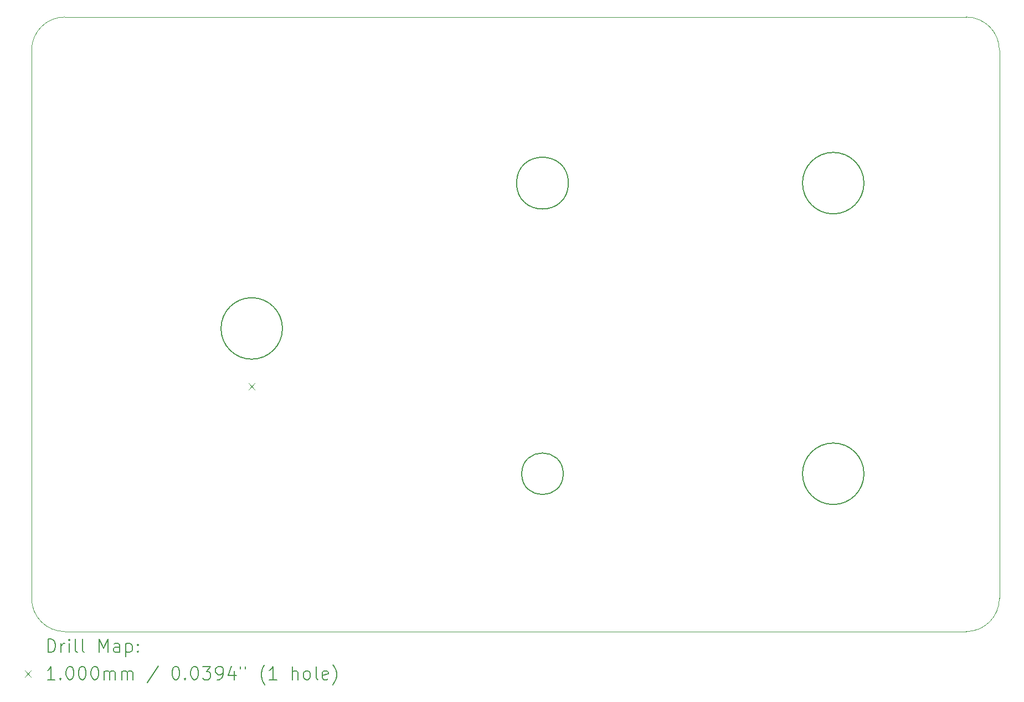
<source format=gbr>
%FSLAX45Y45*%
G04 Gerber Fmt 4.5, Leading zero omitted, Abs format (unit mm)*
G04 Created by KiCad (PCBNEW 6.0.5+dfsg-1~bpo11+1) date 2022-08-10 11:57:08*
%MOMM*%
%LPD*%
G01*
G04 APERTURE LIST*
%TA.AperFunction,Profile*%
%ADD10C,0.100000*%
%TD*%
%TA.AperFunction,Profile*%
%ADD11C,0.150000*%
%TD*%
%ADD12C,0.200000*%
%ADD13C,0.100000*%
G04 APERTURE END LIST*
D10*
X6235700Y-14071600D02*
G75*
G03*
X6743700Y-14579600I508000J0D01*
G01*
X6235700Y-5689600D02*
X6235700Y-14071600D01*
D11*
X14442440Y-7721600D02*
G75*
G03*
X14442440Y-7721600I-396240J0D01*
G01*
X10071100Y-9944100D02*
G75*
G03*
X10071100Y-9944100I-469900J0D01*
G01*
D10*
X6743700Y-5181600D02*
G75*
G03*
X6235700Y-5689600I0J-508000D01*
G01*
D11*
X18961100Y-12166600D02*
G75*
G03*
X18961100Y-12166600I-469900J0D01*
G01*
D10*
X21031200Y-14071600D02*
X21031200Y-5689600D01*
X21031200Y-5689600D02*
G75*
G03*
X20523200Y-5181600I-508000J0D01*
G01*
X20523200Y-14579600D02*
G75*
G03*
X21031200Y-14071600I0J508000D01*
G01*
D11*
X14363700Y-12166600D02*
G75*
G03*
X14363700Y-12166600I-317500J0D01*
G01*
D10*
X6743700Y-14579600D02*
X20523200Y-14579600D01*
D11*
X18961100Y-7721600D02*
G75*
G03*
X18961100Y-7721600I-469900J0D01*
G01*
D10*
X20523200Y-5181600D02*
X6743700Y-5181600D01*
D12*
D13*
X9551200Y-10783100D02*
X9651200Y-10883100D01*
X9651200Y-10783100D02*
X9551200Y-10883100D01*
D12*
X6488319Y-14895076D02*
X6488319Y-14695076D01*
X6535938Y-14695076D01*
X6564509Y-14704600D01*
X6583557Y-14723648D01*
X6593081Y-14742695D01*
X6602605Y-14780790D01*
X6602605Y-14809362D01*
X6593081Y-14847457D01*
X6583557Y-14866505D01*
X6564509Y-14885552D01*
X6535938Y-14895076D01*
X6488319Y-14895076D01*
X6688319Y-14895076D02*
X6688319Y-14761743D01*
X6688319Y-14799838D02*
X6697843Y-14780790D01*
X6707367Y-14771267D01*
X6726414Y-14761743D01*
X6745462Y-14761743D01*
X6812128Y-14895076D02*
X6812128Y-14761743D01*
X6812128Y-14695076D02*
X6802605Y-14704600D01*
X6812128Y-14714124D01*
X6821652Y-14704600D01*
X6812128Y-14695076D01*
X6812128Y-14714124D01*
X6935938Y-14895076D02*
X6916890Y-14885552D01*
X6907367Y-14866505D01*
X6907367Y-14695076D01*
X7040700Y-14895076D02*
X7021652Y-14885552D01*
X7012128Y-14866505D01*
X7012128Y-14695076D01*
X7269271Y-14895076D02*
X7269271Y-14695076D01*
X7335938Y-14837933D01*
X7402605Y-14695076D01*
X7402605Y-14895076D01*
X7583557Y-14895076D02*
X7583557Y-14790314D01*
X7574033Y-14771267D01*
X7554986Y-14761743D01*
X7516890Y-14761743D01*
X7497843Y-14771267D01*
X7583557Y-14885552D02*
X7564509Y-14895076D01*
X7516890Y-14895076D01*
X7497843Y-14885552D01*
X7488319Y-14866505D01*
X7488319Y-14847457D01*
X7497843Y-14828409D01*
X7516890Y-14818886D01*
X7564509Y-14818886D01*
X7583557Y-14809362D01*
X7678795Y-14761743D02*
X7678795Y-14961743D01*
X7678795Y-14771267D02*
X7697843Y-14761743D01*
X7735938Y-14761743D01*
X7754986Y-14771267D01*
X7764509Y-14780790D01*
X7774033Y-14799838D01*
X7774033Y-14856981D01*
X7764509Y-14876028D01*
X7754986Y-14885552D01*
X7735938Y-14895076D01*
X7697843Y-14895076D01*
X7678795Y-14885552D01*
X7859748Y-14876028D02*
X7869271Y-14885552D01*
X7859748Y-14895076D01*
X7850224Y-14885552D01*
X7859748Y-14876028D01*
X7859748Y-14895076D01*
X7859748Y-14771267D02*
X7869271Y-14780790D01*
X7859748Y-14790314D01*
X7850224Y-14780790D01*
X7859748Y-14771267D01*
X7859748Y-14790314D01*
D13*
X6130700Y-15174600D02*
X6230700Y-15274600D01*
X6230700Y-15174600D02*
X6130700Y-15274600D01*
D12*
X6593081Y-15315076D02*
X6478795Y-15315076D01*
X6535938Y-15315076D02*
X6535938Y-15115076D01*
X6516890Y-15143648D01*
X6497843Y-15162695D01*
X6478795Y-15172219D01*
X6678795Y-15296028D02*
X6688319Y-15305552D01*
X6678795Y-15315076D01*
X6669271Y-15305552D01*
X6678795Y-15296028D01*
X6678795Y-15315076D01*
X6812128Y-15115076D02*
X6831176Y-15115076D01*
X6850224Y-15124600D01*
X6859748Y-15134124D01*
X6869271Y-15153171D01*
X6878795Y-15191267D01*
X6878795Y-15238886D01*
X6869271Y-15276981D01*
X6859748Y-15296028D01*
X6850224Y-15305552D01*
X6831176Y-15315076D01*
X6812128Y-15315076D01*
X6793081Y-15305552D01*
X6783557Y-15296028D01*
X6774033Y-15276981D01*
X6764509Y-15238886D01*
X6764509Y-15191267D01*
X6774033Y-15153171D01*
X6783557Y-15134124D01*
X6793081Y-15124600D01*
X6812128Y-15115076D01*
X7002605Y-15115076D02*
X7021652Y-15115076D01*
X7040700Y-15124600D01*
X7050224Y-15134124D01*
X7059748Y-15153171D01*
X7069271Y-15191267D01*
X7069271Y-15238886D01*
X7059748Y-15276981D01*
X7050224Y-15296028D01*
X7040700Y-15305552D01*
X7021652Y-15315076D01*
X7002605Y-15315076D01*
X6983557Y-15305552D01*
X6974033Y-15296028D01*
X6964509Y-15276981D01*
X6954986Y-15238886D01*
X6954986Y-15191267D01*
X6964509Y-15153171D01*
X6974033Y-15134124D01*
X6983557Y-15124600D01*
X7002605Y-15115076D01*
X7193081Y-15115076D02*
X7212128Y-15115076D01*
X7231176Y-15124600D01*
X7240700Y-15134124D01*
X7250224Y-15153171D01*
X7259748Y-15191267D01*
X7259748Y-15238886D01*
X7250224Y-15276981D01*
X7240700Y-15296028D01*
X7231176Y-15305552D01*
X7212128Y-15315076D01*
X7193081Y-15315076D01*
X7174033Y-15305552D01*
X7164509Y-15296028D01*
X7154986Y-15276981D01*
X7145462Y-15238886D01*
X7145462Y-15191267D01*
X7154986Y-15153171D01*
X7164509Y-15134124D01*
X7174033Y-15124600D01*
X7193081Y-15115076D01*
X7345462Y-15315076D02*
X7345462Y-15181743D01*
X7345462Y-15200790D02*
X7354986Y-15191267D01*
X7374033Y-15181743D01*
X7402605Y-15181743D01*
X7421652Y-15191267D01*
X7431176Y-15210314D01*
X7431176Y-15315076D01*
X7431176Y-15210314D02*
X7440700Y-15191267D01*
X7459748Y-15181743D01*
X7488319Y-15181743D01*
X7507367Y-15191267D01*
X7516890Y-15210314D01*
X7516890Y-15315076D01*
X7612128Y-15315076D02*
X7612128Y-15181743D01*
X7612128Y-15200790D02*
X7621652Y-15191267D01*
X7640700Y-15181743D01*
X7669271Y-15181743D01*
X7688319Y-15191267D01*
X7697843Y-15210314D01*
X7697843Y-15315076D01*
X7697843Y-15210314D02*
X7707367Y-15191267D01*
X7726414Y-15181743D01*
X7754986Y-15181743D01*
X7774033Y-15191267D01*
X7783557Y-15210314D01*
X7783557Y-15315076D01*
X8174033Y-15105552D02*
X8002605Y-15362695D01*
X8431176Y-15115076D02*
X8450224Y-15115076D01*
X8469271Y-15124600D01*
X8478795Y-15134124D01*
X8488319Y-15153171D01*
X8497843Y-15191267D01*
X8497843Y-15238886D01*
X8488319Y-15276981D01*
X8478795Y-15296028D01*
X8469271Y-15305552D01*
X8450224Y-15315076D01*
X8431176Y-15315076D01*
X8412129Y-15305552D01*
X8402605Y-15296028D01*
X8393081Y-15276981D01*
X8383557Y-15238886D01*
X8383557Y-15191267D01*
X8393081Y-15153171D01*
X8402605Y-15134124D01*
X8412129Y-15124600D01*
X8431176Y-15115076D01*
X8583557Y-15296028D02*
X8593081Y-15305552D01*
X8583557Y-15315076D01*
X8574033Y-15305552D01*
X8583557Y-15296028D01*
X8583557Y-15315076D01*
X8716890Y-15115076D02*
X8735938Y-15115076D01*
X8754986Y-15124600D01*
X8764510Y-15134124D01*
X8774033Y-15153171D01*
X8783557Y-15191267D01*
X8783557Y-15238886D01*
X8774033Y-15276981D01*
X8764510Y-15296028D01*
X8754986Y-15305552D01*
X8735938Y-15315076D01*
X8716890Y-15315076D01*
X8697843Y-15305552D01*
X8688319Y-15296028D01*
X8678795Y-15276981D01*
X8669271Y-15238886D01*
X8669271Y-15191267D01*
X8678795Y-15153171D01*
X8688319Y-15134124D01*
X8697843Y-15124600D01*
X8716890Y-15115076D01*
X8850224Y-15115076D02*
X8974033Y-15115076D01*
X8907367Y-15191267D01*
X8935938Y-15191267D01*
X8954986Y-15200790D01*
X8964510Y-15210314D01*
X8974033Y-15229362D01*
X8974033Y-15276981D01*
X8964510Y-15296028D01*
X8954986Y-15305552D01*
X8935938Y-15315076D01*
X8878795Y-15315076D01*
X8859748Y-15305552D01*
X8850224Y-15296028D01*
X9069271Y-15315076D02*
X9107367Y-15315076D01*
X9126414Y-15305552D01*
X9135938Y-15296028D01*
X9154986Y-15267457D01*
X9164510Y-15229362D01*
X9164510Y-15153171D01*
X9154986Y-15134124D01*
X9145462Y-15124600D01*
X9126414Y-15115076D01*
X9088319Y-15115076D01*
X9069271Y-15124600D01*
X9059748Y-15134124D01*
X9050224Y-15153171D01*
X9050224Y-15200790D01*
X9059748Y-15219838D01*
X9069271Y-15229362D01*
X9088319Y-15238886D01*
X9126414Y-15238886D01*
X9145462Y-15229362D01*
X9154986Y-15219838D01*
X9164510Y-15200790D01*
X9335938Y-15181743D02*
X9335938Y-15315076D01*
X9288319Y-15105552D02*
X9240700Y-15248409D01*
X9364510Y-15248409D01*
X9431176Y-15115076D02*
X9431176Y-15153171D01*
X9507367Y-15115076D02*
X9507367Y-15153171D01*
X9802605Y-15391267D02*
X9793081Y-15381743D01*
X9774033Y-15353171D01*
X9764510Y-15334124D01*
X9754986Y-15305552D01*
X9745462Y-15257933D01*
X9745462Y-15219838D01*
X9754986Y-15172219D01*
X9764510Y-15143648D01*
X9774033Y-15124600D01*
X9793081Y-15096028D01*
X9802605Y-15086505D01*
X9983557Y-15315076D02*
X9869271Y-15315076D01*
X9926414Y-15315076D02*
X9926414Y-15115076D01*
X9907367Y-15143648D01*
X9888319Y-15162695D01*
X9869271Y-15172219D01*
X10221652Y-15315076D02*
X10221652Y-15115076D01*
X10307367Y-15315076D02*
X10307367Y-15210314D01*
X10297843Y-15191267D01*
X10278795Y-15181743D01*
X10250224Y-15181743D01*
X10231176Y-15191267D01*
X10221652Y-15200790D01*
X10431176Y-15315076D02*
X10412129Y-15305552D01*
X10402605Y-15296028D01*
X10393081Y-15276981D01*
X10393081Y-15219838D01*
X10402605Y-15200790D01*
X10412129Y-15191267D01*
X10431176Y-15181743D01*
X10459748Y-15181743D01*
X10478795Y-15191267D01*
X10488319Y-15200790D01*
X10497843Y-15219838D01*
X10497843Y-15276981D01*
X10488319Y-15296028D01*
X10478795Y-15305552D01*
X10459748Y-15315076D01*
X10431176Y-15315076D01*
X10612129Y-15315076D02*
X10593081Y-15305552D01*
X10583557Y-15286505D01*
X10583557Y-15115076D01*
X10764510Y-15305552D02*
X10745462Y-15315076D01*
X10707367Y-15315076D01*
X10688319Y-15305552D01*
X10678795Y-15286505D01*
X10678795Y-15210314D01*
X10688319Y-15191267D01*
X10707367Y-15181743D01*
X10745462Y-15181743D01*
X10764510Y-15191267D01*
X10774033Y-15210314D01*
X10774033Y-15229362D01*
X10678795Y-15248409D01*
X10840700Y-15391267D02*
X10850224Y-15381743D01*
X10869271Y-15353171D01*
X10878795Y-15334124D01*
X10888319Y-15305552D01*
X10897843Y-15257933D01*
X10897843Y-15219838D01*
X10888319Y-15172219D01*
X10878795Y-15143648D01*
X10869271Y-15124600D01*
X10850224Y-15096028D01*
X10840700Y-15086505D01*
M02*

</source>
